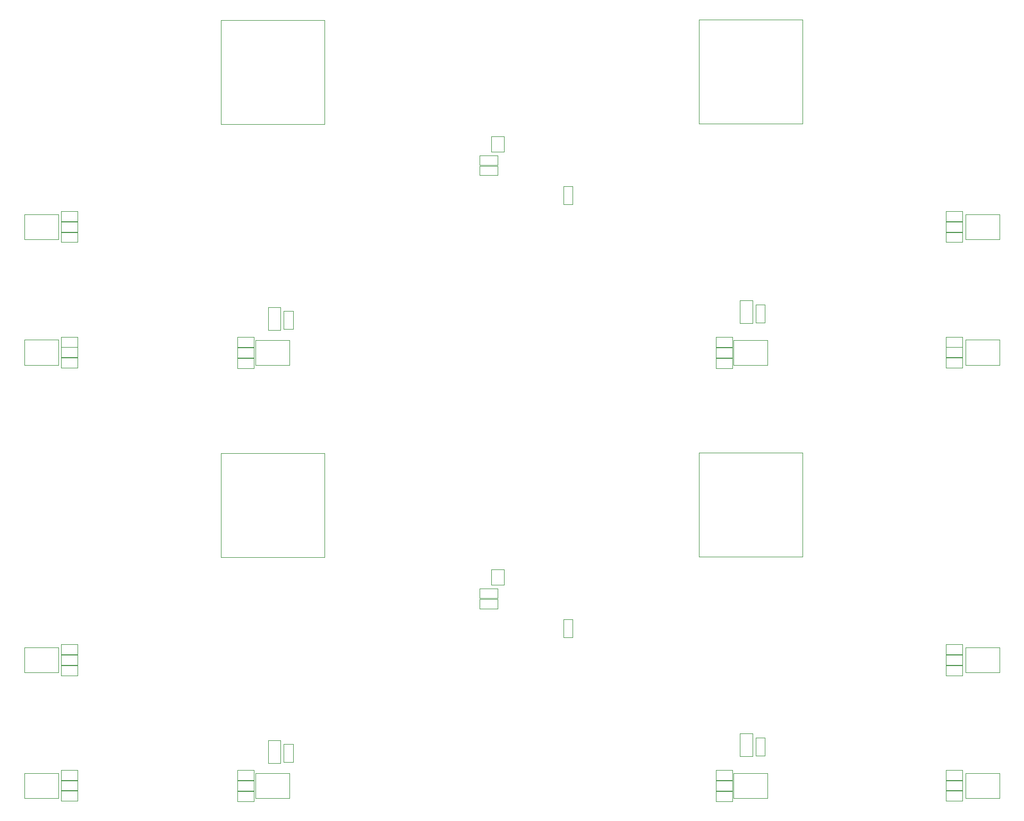
<source format=gbr>
G04 #@! TF.FileFunction,Other,User*
%FSLAX46Y46*%
G04 Gerber Fmt 4.6, Leading zero omitted, Abs format (unit mm)*
G04 Created by KiCad (PCBNEW 4.0.1-stable) date Fri 05 Feb 2016 02:26:42 PM CET*
%MOMM*%
G01*
G04 APERTURE LIST*
%ADD10C,0.100000*%
%ADD11C,0.050000*%
G04 APERTURE END LIST*
D10*
D11*
X96445094Y-101498406D02*
X94445094Y-101498406D01*
X96445094Y-103998406D02*
X94445094Y-103998406D01*
X96445094Y-101498406D02*
X96445094Y-103998406D01*
X94445094Y-101498406D02*
X94445094Y-103998406D01*
X25869194Y-138460706D02*
X28469194Y-138460706D01*
X25869194Y-136860706D02*
X28469194Y-136860706D01*
X25869194Y-138460706D02*
X25869194Y-136860706D01*
X28469194Y-138460706D02*
X28469194Y-136860706D01*
X25869194Y-136784306D02*
X28469194Y-136784306D01*
X25869194Y-135184306D02*
X28469194Y-135184306D01*
X25869194Y-136784306D02*
X25869194Y-135184306D01*
X28469194Y-136784306D02*
X28469194Y-135184306D01*
X25869194Y-135107906D02*
X28469194Y-135107906D01*
X25869194Y-133507906D02*
X28469194Y-133507906D01*
X25869194Y-135107906D02*
X25869194Y-133507906D01*
X28469194Y-135107906D02*
X28469194Y-133507906D01*
X25869194Y-118420106D02*
X28469194Y-118420106D01*
X25869194Y-116820106D02*
X28469194Y-116820106D01*
X25869194Y-118420106D02*
X25869194Y-116820106D01*
X28469194Y-118420106D02*
X28469194Y-116820106D01*
X25869194Y-116743706D02*
X28469194Y-116743706D01*
X25869194Y-115143706D02*
X28469194Y-115143706D01*
X25869194Y-116743706D02*
X25869194Y-115143706D01*
X28469194Y-116743706D02*
X28469194Y-115143706D01*
X25869194Y-115067306D02*
X28469194Y-115067306D01*
X25869194Y-113467306D02*
X28469194Y-113467306D01*
X25869194Y-115067306D02*
X25869194Y-113467306D01*
X28469194Y-115067306D02*
X28469194Y-113467306D01*
X169540794Y-133507906D02*
X166940794Y-133507906D01*
X169540794Y-135107906D02*
X166940794Y-135107906D01*
X169540794Y-133507906D02*
X169540794Y-135107906D01*
X166940794Y-133507906D02*
X166940794Y-135107906D01*
X56625094Y-133507906D02*
X54025094Y-133507906D01*
X56625094Y-135107906D02*
X54025094Y-135107906D01*
X56625094Y-133507906D02*
X56625094Y-135107906D01*
X54025094Y-133507906D02*
X54025094Y-135107906D01*
X169540794Y-135184306D02*
X166940794Y-135184306D01*
X169540794Y-136784306D02*
X166940794Y-136784306D01*
X169540794Y-135184306D02*
X169540794Y-136784306D01*
X166940794Y-135184306D02*
X166940794Y-136784306D01*
X56625094Y-135209706D02*
X54025094Y-135209706D01*
X56625094Y-136809706D02*
X54025094Y-136809706D01*
X56625094Y-135209706D02*
X56625094Y-136809706D01*
X54025094Y-135209706D02*
X54025094Y-136809706D01*
X169540794Y-136860706D02*
X166940794Y-136860706D01*
X169540794Y-138460706D02*
X166940794Y-138460706D01*
X169540794Y-136860706D02*
X169540794Y-138460706D01*
X166940794Y-136860706D02*
X166940794Y-138460706D01*
X56625094Y-136911506D02*
X54025094Y-136911506D01*
X56625094Y-138511506D02*
X54025094Y-138511506D01*
X56625094Y-136911506D02*
X56625094Y-138511506D01*
X54025094Y-136911506D02*
X54025094Y-138511506D01*
X169540794Y-113467306D02*
X166940794Y-113467306D01*
X169540794Y-115067306D02*
X166940794Y-115067306D01*
X169540794Y-113467306D02*
X169540794Y-115067306D01*
X166940794Y-113467306D02*
X166940794Y-115067306D01*
X132850494Y-133533306D02*
X130250494Y-133533306D01*
X132850494Y-135133306D02*
X130250494Y-135133306D01*
X132850494Y-133533306D02*
X132850494Y-135133306D01*
X130250494Y-133533306D02*
X130250494Y-135133306D01*
X169540794Y-115143706D02*
X166940794Y-115143706D01*
X169540794Y-116743706D02*
X166940794Y-116743706D01*
X169540794Y-115143706D02*
X169540794Y-116743706D01*
X166940794Y-115143706D02*
X166940794Y-116743706D01*
X132850494Y-135209706D02*
X130250494Y-135209706D01*
X132850494Y-136809706D02*
X130250494Y-136809706D01*
X132850494Y-135209706D02*
X132850494Y-136809706D01*
X130250494Y-135209706D02*
X130250494Y-136809706D01*
X169540794Y-116820106D02*
X166940794Y-116820106D01*
X169540794Y-118420106D02*
X166940794Y-118420106D01*
X169540794Y-116820106D02*
X169540794Y-118420106D01*
X166940794Y-116820106D02*
X166940794Y-118420106D01*
X132850494Y-136911506D02*
X130250494Y-136911506D01*
X132850494Y-138511506D02*
X130250494Y-138511506D01*
X132850494Y-136911506D02*
X132850494Y-138511506D01*
X130250494Y-136911506D02*
X130250494Y-138511506D01*
X67856894Y-82969306D02*
X51356894Y-82969306D01*
X51356894Y-82969306D02*
X51356894Y-99569306D01*
X51356894Y-99569306D02*
X67856894Y-99569306D01*
X67856894Y-99569306D02*
X67856894Y-82969306D01*
X144082294Y-82918506D02*
X127582294Y-82918506D01*
X127582294Y-82918506D02*
X127582294Y-99518506D01*
X127582294Y-99518506D02*
X144082294Y-99518506D01*
X144082294Y-99518506D02*
X144082294Y-82918506D01*
X20048794Y-133997006D02*
X20048794Y-137997006D01*
X25448794Y-133997006D02*
X25448794Y-137997006D01*
X25448794Y-137997006D02*
X20048794Y-137997006D01*
X25448794Y-133997006D02*
X20048794Y-133997006D01*
X20061494Y-113943706D02*
X20061494Y-117943706D01*
X25461494Y-113943706D02*
X25461494Y-117943706D01*
X25461494Y-117943706D02*
X20061494Y-117943706D01*
X25461494Y-113943706D02*
X20061494Y-113943706D01*
X170048494Y-133997006D02*
X170048494Y-137997006D01*
X175448494Y-133997006D02*
X175448494Y-137997006D01*
X175448494Y-137997006D02*
X170048494Y-137997006D01*
X175448494Y-133997006D02*
X170048494Y-133997006D01*
X62242294Y-138009706D02*
X62242294Y-134009706D01*
X56842294Y-138009706D02*
X56842294Y-134009706D01*
X56842294Y-134009706D02*
X62242294Y-134009706D01*
X56842294Y-138009706D02*
X62242294Y-138009706D01*
X170048494Y-113943706D02*
X170048494Y-117943706D01*
X175448494Y-113943706D02*
X175448494Y-117943706D01*
X175448494Y-117943706D02*
X170048494Y-117943706D01*
X175448494Y-113943706D02*
X170048494Y-113943706D01*
X138454994Y-138009706D02*
X138454994Y-134009706D01*
X133054994Y-138009706D02*
X133054994Y-134009706D01*
X133054994Y-134009706D02*
X138454994Y-134009706D01*
X133054994Y-138009706D02*
X138454994Y-138009706D01*
X92610094Y-107752906D02*
X95510094Y-107752906D01*
X92610094Y-106252906D02*
X95510094Y-106252906D01*
X92610094Y-107752906D02*
X92610094Y-106252906D01*
X95510094Y-107752906D02*
X95510094Y-106252906D01*
X92610094Y-106101906D02*
X95510094Y-106101906D01*
X92610094Y-104601906D02*
X95510094Y-104601906D01*
X92610094Y-106101906D02*
X92610094Y-104601906D01*
X95510094Y-106101906D02*
X95510094Y-104601906D01*
X107446594Y-112389906D02*
X107446594Y-109489906D01*
X105946594Y-112389906D02*
X105946594Y-109489906D01*
X107446594Y-112389906D02*
X105946594Y-112389906D01*
X107446594Y-109489906D02*
X105946594Y-109489906D01*
X58864194Y-128795506D02*
X58864194Y-132395506D01*
X60864194Y-128795506D02*
X60864194Y-132395506D01*
X58864194Y-128795506D02*
X60864194Y-128795506D01*
X58864194Y-132395506D02*
X60864194Y-132395506D01*
X61336694Y-129399506D02*
X61336694Y-132299506D01*
X62836694Y-129399506D02*
X62836694Y-132299506D01*
X61336694Y-129399506D02*
X62836694Y-129399506D01*
X61336694Y-132299506D02*
X62836694Y-132299506D01*
X134111694Y-127716006D02*
X134111694Y-131316006D01*
X136111694Y-127716006D02*
X136111694Y-131316006D01*
X134111694Y-127716006D02*
X136111694Y-127716006D01*
X134111694Y-131316006D02*
X136111694Y-131316006D01*
X136584194Y-128383506D02*
X136584194Y-131283506D01*
X138084194Y-128383506D02*
X138084194Y-131283506D01*
X136584194Y-128383506D02*
X138084194Y-128383506D01*
X136584194Y-131283506D02*
X138084194Y-131283506D01*
X136584194Y-59284902D02*
X136584194Y-62184902D01*
X138084194Y-59284902D02*
X138084194Y-62184902D01*
X136584194Y-59284902D02*
X138084194Y-59284902D01*
X136584194Y-62184902D02*
X138084194Y-62184902D01*
X134111694Y-58617402D02*
X134111694Y-62217402D01*
X136111694Y-58617402D02*
X136111694Y-62217402D01*
X134111694Y-58617402D02*
X136111694Y-58617402D01*
X134111694Y-62217402D02*
X136111694Y-62217402D01*
X61336694Y-60300902D02*
X61336694Y-63200902D01*
X62836694Y-60300902D02*
X62836694Y-63200902D01*
X61336694Y-60300902D02*
X62836694Y-60300902D01*
X61336694Y-63200902D02*
X62836694Y-63200902D01*
X58864194Y-59696902D02*
X58864194Y-63296902D01*
X60864194Y-59696902D02*
X60864194Y-63296902D01*
X58864194Y-59696902D02*
X60864194Y-59696902D01*
X58864194Y-63296902D02*
X60864194Y-63296902D01*
X107446594Y-43291302D02*
X107446594Y-40391302D01*
X105946594Y-43291302D02*
X105946594Y-40391302D01*
X107446594Y-43291302D02*
X105946594Y-43291302D01*
X107446594Y-40391302D02*
X105946594Y-40391302D01*
X92610094Y-37003302D02*
X95510094Y-37003302D01*
X92610094Y-35503302D02*
X95510094Y-35503302D01*
X92610094Y-37003302D02*
X92610094Y-35503302D01*
X95510094Y-37003302D02*
X95510094Y-35503302D01*
X92610094Y-38654302D02*
X95510094Y-38654302D01*
X92610094Y-37154302D02*
X95510094Y-37154302D01*
X92610094Y-38654302D02*
X92610094Y-37154302D01*
X95510094Y-38654302D02*
X95510094Y-37154302D01*
X138454994Y-68911102D02*
X138454994Y-64911102D01*
X133054994Y-68911102D02*
X133054994Y-64911102D01*
X133054994Y-64911102D02*
X138454994Y-64911102D01*
X133054994Y-68911102D02*
X138454994Y-68911102D01*
X170048494Y-44845102D02*
X170048494Y-48845102D01*
X175448494Y-44845102D02*
X175448494Y-48845102D01*
X175448494Y-48845102D02*
X170048494Y-48845102D01*
X175448494Y-44845102D02*
X170048494Y-44845102D01*
X62242294Y-68911102D02*
X62242294Y-64911102D01*
X56842294Y-68911102D02*
X56842294Y-64911102D01*
X56842294Y-64911102D02*
X62242294Y-64911102D01*
X56842294Y-68911102D02*
X62242294Y-68911102D01*
X170048494Y-64898402D02*
X170048494Y-68898402D01*
X175448494Y-64898402D02*
X175448494Y-68898402D01*
X175448494Y-68898402D02*
X170048494Y-68898402D01*
X175448494Y-64898402D02*
X170048494Y-64898402D01*
X20061494Y-44845102D02*
X20061494Y-48845102D01*
X25461494Y-44845102D02*
X25461494Y-48845102D01*
X25461494Y-48845102D02*
X20061494Y-48845102D01*
X25461494Y-44845102D02*
X20061494Y-44845102D01*
X20048794Y-64898402D02*
X20048794Y-68898402D01*
X25448794Y-64898402D02*
X25448794Y-68898402D01*
X25448794Y-68898402D02*
X20048794Y-68898402D01*
X25448794Y-64898402D02*
X20048794Y-64898402D01*
X144082294Y-13819902D02*
X127582294Y-13819902D01*
X127582294Y-13819902D02*
X127582294Y-30419902D01*
X127582294Y-30419902D02*
X144082294Y-30419902D01*
X144082294Y-30419902D02*
X144082294Y-13819902D01*
X67856894Y-13870702D02*
X51356894Y-13870702D01*
X51356894Y-13870702D02*
X51356894Y-30470702D01*
X51356894Y-30470702D02*
X67856894Y-30470702D01*
X67856894Y-30470702D02*
X67856894Y-13870702D01*
X132850494Y-67812902D02*
X130250494Y-67812902D01*
X132850494Y-69412902D02*
X130250494Y-69412902D01*
X132850494Y-67812902D02*
X132850494Y-69412902D01*
X130250494Y-67812902D02*
X130250494Y-69412902D01*
X169540794Y-47721502D02*
X166940794Y-47721502D01*
X169540794Y-49321502D02*
X166940794Y-49321502D01*
X169540794Y-47721502D02*
X169540794Y-49321502D01*
X166940794Y-47721502D02*
X166940794Y-49321502D01*
X132850494Y-66111102D02*
X130250494Y-66111102D01*
X132850494Y-67711102D02*
X130250494Y-67711102D01*
X132850494Y-66111102D02*
X132850494Y-67711102D01*
X130250494Y-66111102D02*
X130250494Y-67711102D01*
X169540794Y-46045102D02*
X166940794Y-46045102D01*
X169540794Y-47645102D02*
X166940794Y-47645102D01*
X169540794Y-46045102D02*
X169540794Y-47645102D01*
X166940794Y-46045102D02*
X166940794Y-47645102D01*
X132850494Y-64434702D02*
X130250494Y-64434702D01*
X132850494Y-66034702D02*
X130250494Y-66034702D01*
X132850494Y-64434702D02*
X132850494Y-66034702D01*
X130250494Y-64434702D02*
X130250494Y-66034702D01*
X169540794Y-44368702D02*
X166940794Y-44368702D01*
X169540794Y-45968702D02*
X166940794Y-45968702D01*
X169540794Y-44368702D02*
X169540794Y-45968702D01*
X166940794Y-44368702D02*
X166940794Y-45968702D01*
X56625094Y-67812902D02*
X54025094Y-67812902D01*
X56625094Y-69412902D02*
X54025094Y-69412902D01*
X56625094Y-67812902D02*
X56625094Y-69412902D01*
X54025094Y-67812902D02*
X54025094Y-69412902D01*
X169540794Y-67762102D02*
X166940794Y-67762102D01*
X169540794Y-69362102D02*
X166940794Y-69362102D01*
X169540794Y-67762102D02*
X169540794Y-69362102D01*
X166940794Y-67762102D02*
X166940794Y-69362102D01*
X56625094Y-66111102D02*
X54025094Y-66111102D01*
X56625094Y-67711102D02*
X54025094Y-67711102D01*
X56625094Y-66111102D02*
X56625094Y-67711102D01*
X54025094Y-66111102D02*
X54025094Y-67711102D01*
X169540794Y-66085702D02*
X166940794Y-66085702D01*
X169540794Y-67685702D02*
X166940794Y-67685702D01*
X169540794Y-66085702D02*
X169540794Y-67685702D01*
X166940794Y-66085702D02*
X166940794Y-67685702D01*
X56625094Y-64409302D02*
X54025094Y-64409302D01*
X56625094Y-66009302D02*
X54025094Y-66009302D01*
X56625094Y-64409302D02*
X56625094Y-66009302D01*
X54025094Y-64409302D02*
X54025094Y-66009302D01*
X169540794Y-64409302D02*
X166940794Y-64409302D01*
X169540794Y-66009302D02*
X166940794Y-66009302D01*
X169540794Y-64409302D02*
X169540794Y-66009302D01*
X166940794Y-64409302D02*
X166940794Y-66009302D01*
X25869194Y-45968702D02*
X28469194Y-45968702D01*
X25869194Y-44368702D02*
X28469194Y-44368702D01*
X25869194Y-45968702D02*
X25869194Y-44368702D01*
X28469194Y-45968702D02*
X28469194Y-44368702D01*
X25869194Y-47645102D02*
X28469194Y-47645102D01*
X25869194Y-46045102D02*
X28469194Y-46045102D01*
X25869194Y-47645102D02*
X25869194Y-46045102D01*
X28469194Y-47645102D02*
X28469194Y-46045102D01*
X25869194Y-49321502D02*
X28469194Y-49321502D01*
X25869194Y-47721502D02*
X28469194Y-47721502D01*
X25869194Y-49321502D02*
X25869194Y-47721502D01*
X28469194Y-49321502D02*
X28469194Y-47721502D01*
X25869194Y-66009302D02*
X28469194Y-66009302D01*
X25869194Y-64409302D02*
X28469194Y-64409302D01*
X25869194Y-66009302D02*
X25869194Y-64409302D01*
X28469194Y-66009302D02*
X28469194Y-64409302D01*
X25869194Y-67685702D02*
X28469194Y-67685702D01*
X25869194Y-66085702D02*
X28469194Y-66085702D01*
X25869194Y-67685702D02*
X25869194Y-66085702D01*
X28469194Y-67685702D02*
X28469194Y-66085702D01*
X25869194Y-69362102D02*
X28469194Y-69362102D01*
X25869194Y-67762102D02*
X28469194Y-67762102D01*
X25869194Y-69362102D02*
X25869194Y-67762102D01*
X28469194Y-69362102D02*
X28469194Y-67762102D01*
X96445094Y-32399802D02*
X94445094Y-32399802D01*
X96445094Y-34899802D02*
X94445094Y-34899802D01*
X96445094Y-32399802D02*
X96445094Y-34899802D01*
X94445094Y-32399802D02*
X94445094Y-34899802D01*
M02*

</source>
